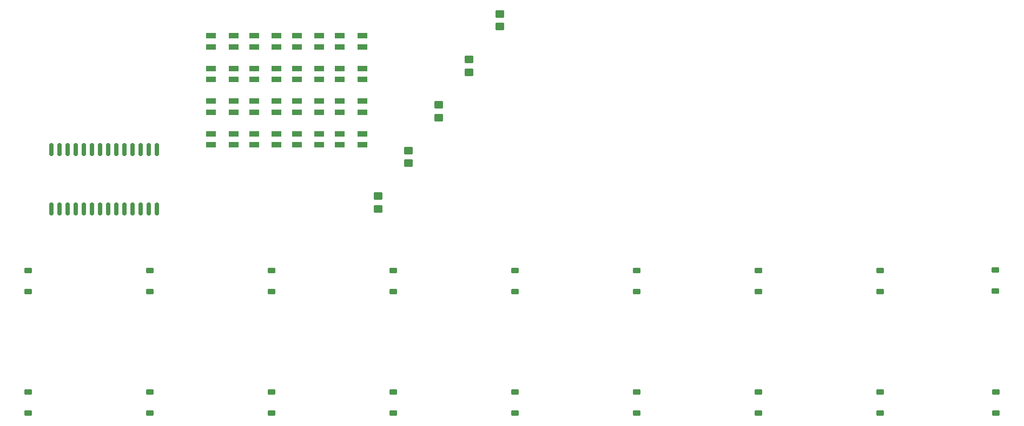
<source format=gbr>
%TF.GenerationSoftware,KiCad,Pcbnew,9.0.6*%
%TF.CreationDate,2025-12-14T23:03:34+01:00*%
%TF.ProjectId,KiCad-Diynamic-Project-Display-Module,4b694361-642d-4446-9979-6e616d69632d,rev?*%
%TF.SameCoordinates,Original*%
%TF.FileFunction,Paste,Top*%
%TF.FilePolarity,Positive*%
%FSLAX46Y46*%
G04 Gerber Fmt 4.6, Leading zero omitted, Abs format (unit mm)*
G04 Created by KiCad (PCBNEW 9.0.6) date 2025-12-14 23:03:34*
%MOMM*%
%LPD*%
G01*
G04 APERTURE LIST*
G04 Aperture macros list*
%AMRoundRect*
0 Rectangle with rounded corners*
0 $1 Rounding radius*
0 $2 $3 $4 $5 $6 $7 $8 $9 X,Y pos of 4 corners*
0 Add a 4 corners polygon primitive as box body*
4,1,4,$2,$3,$4,$5,$6,$7,$8,$9,$2,$3,0*
0 Add four circle primitives for the rounded corners*
1,1,$1+$1,$2,$3*
1,1,$1+$1,$4,$5*
1,1,$1+$1,$6,$7*
1,1,$1+$1,$8,$9*
0 Add four rect primitives between the rounded corners*
20,1,$1+$1,$2,$3,$4,$5,0*
20,1,$1+$1,$4,$5,$6,$7,0*
20,1,$1+$1,$6,$7,$8,$9,0*
20,1,$1+$1,$8,$9,$2,$3,0*%
G04 Aperture macros list end*
%ADD10R,1.600000X0.850000*%
%ADD11RoundRect,0.250000X0.450000X-0.350000X0.450000X0.350000X-0.450000X0.350000X-0.450000X-0.350000X0*%
%ADD12RoundRect,0.225000X-0.375000X0.225000X-0.375000X-0.225000X0.375000X-0.225000X0.375000X0.225000X0*%
%ADD13RoundRect,0.150000X0.150000X-0.875000X0.150000X0.875000X-0.150000X0.875000X-0.150000X-0.875000X0*%
G04 APERTURE END LIST*
D10*
%TO.C,D9*%
X111130000Y-54425000D03*
X111130000Y-56175000D03*
X114630000Y-56175000D03*
X114630000Y-54425000D03*
%TD*%
%TO.C,D12*%
X111130000Y-69785000D03*
X111130000Y-71535000D03*
X114630000Y-71535000D03*
X114630000Y-69785000D03*
%TD*%
%TO.C,D1*%
X97690000Y-54425000D03*
X97690000Y-56175000D03*
X101190000Y-56175000D03*
X101190000Y-54425000D03*
%TD*%
%TO.C,D13*%
X117850000Y-54425000D03*
X117850000Y-56175000D03*
X121350000Y-56175000D03*
X121350000Y-54425000D03*
%TD*%
%TO.C,D2*%
X97690000Y-59545000D03*
X97690000Y-61295000D03*
X101190000Y-61295000D03*
X101190000Y-59545000D03*
%TD*%
%TO.C,D14*%
X117850000Y-59545000D03*
X117850000Y-61295000D03*
X121350000Y-61295000D03*
X121350000Y-59545000D03*
%TD*%
%TO.C,D8*%
X104410000Y-69785000D03*
X104410000Y-71535000D03*
X107910000Y-71535000D03*
X107910000Y-69785000D03*
%TD*%
%TO.C,D16*%
X117850000Y-69785000D03*
X117850000Y-71535000D03*
X121350000Y-71535000D03*
X121350000Y-69785000D03*
%TD*%
%TO.C,D3*%
X97690000Y-64665000D03*
X97690000Y-66415000D03*
X101190000Y-66415000D03*
X101190000Y-64665000D03*
%TD*%
%TO.C,D11*%
X111130000Y-64665000D03*
X111130000Y-66415000D03*
X114630000Y-66415000D03*
X114630000Y-64665000D03*
%TD*%
%TO.C,D15*%
X117850000Y-64665000D03*
X117850000Y-66415000D03*
X121350000Y-66415000D03*
X121350000Y-64665000D03*
%TD*%
%TO.C,D5*%
X104410000Y-54425000D03*
X104410000Y-56175000D03*
X107910000Y-56175000D03*
X107910000Y-54425000D03*
%TD*%
%TO.C,D7*%
X104410000Y-64665000D03*
X104410000Y-66415000D03*
X107910000Y-66415000D03*
X107910000Y-64665000D03*
%TD*%
%TO.C,D4*%
X97690000Y-69785000D03*
X97690000Y-71535000D03*
X101190000Y-71535000D03*
X101190000Y-69785000D03*
%TD*%
%TO.C,D10*%
X111130000Y-59545000D03*
X111130000Y-61295000D03*
X114630000Y-61295000D03*
X114630000Y-59545000D03*
%TD*%
%TO.C,D6*%
X104410000Y-59545000D03*
X104410000Y-61295000D03*
X107910000Y-61295000D03*
X107910000Y-59545000D03*
%TD*%
D11*
%TO.C,R5*%
X123793750Y-81543750D03*
X123793750Y-79543750D03*
%TD*%
D12*
%TO.C,D37*%
X202406250Y-110268750D03*
X202406250Y-113568750D03*
%TD*%
D11*
%TO.C,R3*%
X133318750Y-67256250D03*
X133318750Y-65256250D03*
%TD*%
%TO.C,R4*%
X128556250Y-74400000D03*
X128556250Y-72400000D03*
%TD*%
%TO.C,R1*%
X142843750Y-52968750D03*
X142843750Y-50968750D03*
%TD*%
D12*
%TO.C,D24*%
X107156250Y-91218750D03*
X107156250Y-94518750D03*
%TD*%
%TO.C,D34*%
X145256250Y-110268750D03*
X145256250Y-113568750D03*
%TD*%
%TO.C,D28*%
X183356250Y-91218750D03*
X183356250Y-94518750D03*
%TD*%
%TO.C,D31*%
X88106250Y-110268750D03*
X88106250Y-113568750D03*
%TD*%
%TO.C,D22*%
X69056250Y-91218750D03*
X69056250Y-94518750D03*
%TD*%
%TO.C,D23*%
X88106250Y-91218750D03*
X88106250Y-94518750D03*
%TD*%
%TO.C,D32*%
X107156250Y-110268750D03*
X107156250Y-113568750D03*
%TD*%
%TO.C,D30*%
X69056250Y-110268750D03*
X69056250Y-113568750D03*
%TD*%
%TO.C,D27*%
X164306250Y-91218750D03*
X164306250Y-94518750D03*
%TD*%
%TO.C,D39*%
X220400000Y-91150000D03*
X220400000Y-94450000D03*
%TD*%
%TO.C,D33*%
X126206250Y-110268750D03*
X126206250Y-113568750D03*
%TD*%
D11*
%TO.C,R2*%
X138081250Y-60112500D03*
X138081250Y-58112500D03*
%TD*%
D12*
%TO.C,D35*%
X164306250Y-110268750D03*
X164306250Y-113568750D03*
%TD*%
%TO.C,D29*%
X202406250Y-91218750D03*
X202406250Y-94518750D03*
%TD*%
%TO.C,D26*%
X145256250Y-91218750D03*
X145256250Y-94518750D03*
%TD*%
%TO.C,D36*%
X183356250Y-110268750D03*
X183356250Y-113568750D03*
%TD*%
%TO.C,D25*%
X126206250Y-91218750D03*
X126206250Y-94518750D03*
%TD*%
%TO.C,D38*%
X220500000Y-110250000D03*
X220500000Y-113550000D03*
%TD*%
D13*
%TO.C,U3*%
X72707500Y-81550000D03*
X73977500Y-81550000D03*
X75247500Y-81550000D03*
X76517500Y-81550000D03*
X77787500Y-81550000D03*
X79057500Y-81550000D03*
X80327500Y-81550000D03*
X81597500Y-81550000D03*
X82867500Y-81550000D03*
X84137500Y-81550000D03*
X85407500Y-81550000D03*
X86677500Y-81550000D03*
X87947500Y-81550000D03*
X89217500Y-81550000D03*
X89217500Y-72250000D03*
X87947500Y-72250000D03*
X86677500Y-72250000D03*
X85407500Y-72250000D03*
X84137500Y-72250000D03*
X82867500Y-72250000D03*
X81597500Y-72250000D03*
X80327500Y-72250000D03*
X79057500Y-72250000D03*
X77787500Y-72250000D03*
X76517500Y-72250000D03*
X75247500Y-72250000D03*
X73977500Y-72250000D03*
X72707500Y-72250000D03*
%TD*%
M02*

</source>
